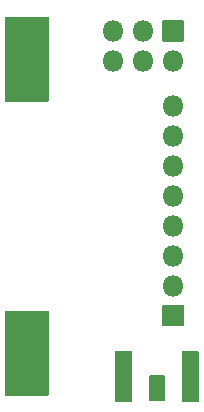
<source format=gbs>
G04 #@! TF.GenerationSoftware,KiCad,Pcbnew,5.1.9*
G04 #@! TF.CreationDate,2021-03-12T19:02:00+01:00*
G04 #@! TF.ProjectId,LORA_ATTINY84,4c4f5241-5f41-4545-9449-4e5938342e6b,rev?*
G04 #@! TF.SameCoordinates,Original*
G04 #@! TF.FileFunction,Soldermask,Bot*
G04 #@! TF.FilePolarity,Negative*
%FSLAX46Y46*%
G04 Gerber Fmt 4.6, Leading zero omitted, Abs format (unit mm)*
G04 Created by KiCad (PCBNEW 5.1.9) date 2021-03-12 19:02:00*
%MOMM*%
%LPD*%
G01*
G04 APERTURE LIST*
%ADD10O,1.802000X1.802000*%
G04 APERTURE END LIST*
G36*
G01*
X87436200Y-79383601D02*
X87436200Y-77283599D01*
G75*
G02*
X87487199Y-77232600I50999J0D01*
G01*
X88687201Y-77232600D01*
G75*
G02*
X88738200Y-77283599I0J-50999D01*
G01*
X88738200Y-79383601D01*
G75*
G02*
X88687201Y-79434600I-50999J0D01*
G01*
X87487199Y-79434600D01*
G75*
G02*
X87436200Y-79383601I0J50999D01*
G01*
G37*
G36*
G01*
X90186200Y-79443000D02*
X90186200Y-75243000D01*
G75*
G02*
X90237200Y-75192000I51000J0D01*
G01*
X91587200Y-75192000D01*
G75*
G02*
X91638200Y-75243000I0J-51000D01*
G01*
X91638200Y-79443000D01*
G75*
G02*
X91587200Y-79494000I-51000J0D01*
G01*
X90237200Y-79494000D01*
G75*
G02*
X90186200Y-79443000I0J51000D01*
G01*
G37*
G36*
G01*
X84536200Y-79443000D02*
X84536200Y-75243000D01*
G75*
G02*
X84587200Y-75192000I51000J0D01*
G01*
X85937200Y-75192000D01*
G75*
G02*
X85988200Y-75243000I0J-51000D01*
G01*
X85988200Y-79443000D01*
G75*
G02*
X85937200Y-79494000I-51000J0D01*
G01*
X84587200Y-79494000D01*
G75*
G02*
X84536200Y-79443000I0J51000D01*
G01*
G37*
G36*
G01*
X78863600Y-54045400D02*
X75263600Y-54045400D01*
G75*
G02*
X75212600Y-53994400I0J51000D01*
G01*
X75212600Y-46894400D01*
G75*
G02*
X75263600Y-46843400I51000J0D01*
G01*
X78863600Y-46843400D01*
G75*
G02*
X78914600Y-46894400I0J-51000D01*
G01*
X78914600Y-53994400D01*
G75*
G02*
X78863600Y-54045400I-51000J0D01*
G01*
G37*
G36*
G01*
X78863600Y-78937400D02*
X75263600Y-78937400D01*
G75*
G02*
X75212600Y-78886400I0J51000D01*
G01*
X75212600Y-71786400D01*
G75*
G02*
X75263600Y-71735400I51000J0D01*
G01*
X78863600Y-71735400D01*
G75*
G02*
X78914600Y-71786400I0J-51000D01*
G01*
X78914600Y-78886400D01*
G75*
G02*
X78863600Y-78937400I-51000J0D01*
G01*
G37*
D10*
X84378800Y-50596800D03*
X84378800Y-48056800D03*
X86918800Y-50596800D03*
X86918800Y-48056800D03*
X89458800Y-50596800D03*
G36*
G01*
X88608800Y-47155800D02*
X90308800Y-47155800D01*
G75*
G02*
X90359800Y-47206800I0J-51000D01*
G01*
X90359800Y-48906800D01*
G75*
G02*
X90308800Y-48957800I-51000J0D01*
G01*
X88608800Y-48957800D01*
G75*
G02*
X88557800Y-48906800I0J51000D01*
G01*
X88557800Y-47206800D01*
G75*
G02*
X88608800Y-47155800I51000J0D01*
G01*
G37*
X89458800Y-54381400D03*
X89458800Y-56921400D03*
X89458800Y-59461400D03*
X89458800Y-62001400D03*
X89458800Y-64541400D03*
X89458800Y-67081400D03*
X89458800Y-69621400D03*
G36*
G01*
X90359800Y-71311400D02*
X90359800Y-73011400D01*
G75*
G02*
X90308800Y-73062400I-51000J0D01*
G01*
X88608800Y-73062400D01*
G75*
G02*
X88557800Y-73011400I0J51000D01*
G01*
X88557800Y-71311400D01*
G75*
G02*
X88608800Y-71260400I51000J0D01*
G01*
X90308800Y-71260400D01*
G75*
G02*
X90359800Y-71311400I0J-51000D01*
G01*
G37*
M02*

</source>
